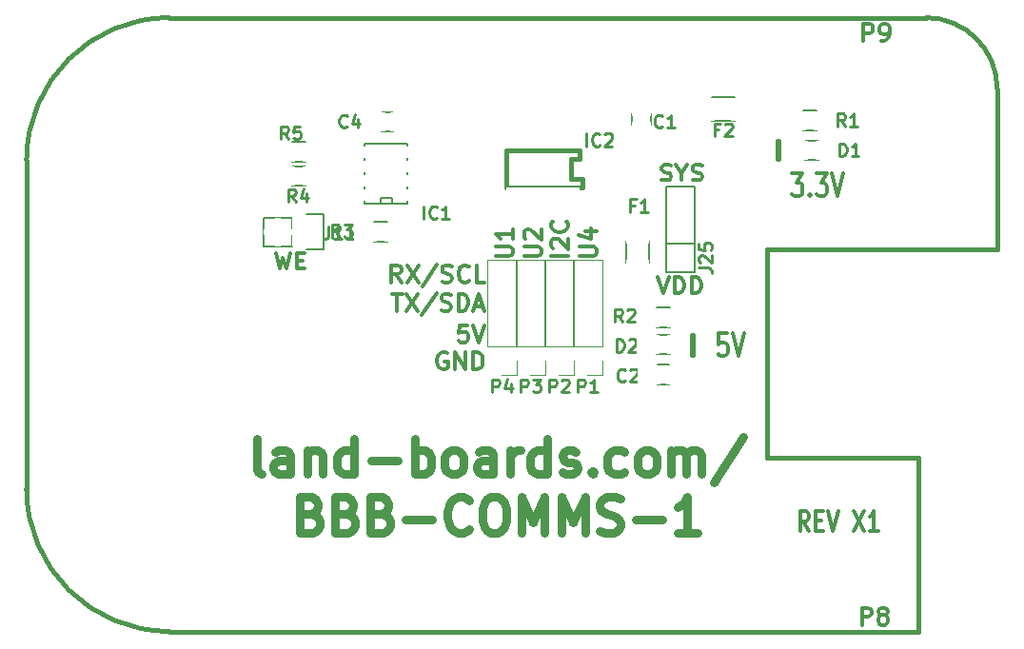
<source format=gbr>
G04 #@! TF.FileFunction,Legend,Top*
%FSLAX46Y46*%
G04 Gerber Fmt 4.6, Leading zero omitted, Abs format (unit mm)*
G04 Created by KiCad (PCBNEW (after 2015-mar-04 BZR unknown)-product) date 6/8/2017 9:50:04 AM*
%MOMM*%
G01*
G04 APERTURE LIST*
%ADD10C,0.150000*%
%ADD11C,0.304800*%
%ADD12C,0.381000*%
%ADD13C,0.784225*%
%ADD14C,0.152400*%
%ADD15C,0.127000*%
%ADD16C,0.120000*%
%ADD17C,0.222250*%
%ADD18R,2.032000X2.032000*%
%ADD19C,2.032000*%
%ADD20C,3.000000*%
%ADD21R,2.159000X1.107440*%
%ADD22C,5.080000*%
%ADD23R,2.159000X2.159000*%
%ADD24C,1.808480*%
%ADD25R,2.540000X2.540000*%
%ADD26O,2.540000X2.540000*%
%ADD27R,2.008000X1.808000*%
%ADD28R,1.758000X2.008000*%
%ADD29R,2.008000X1.758000*%
%ADD30R,2.108000X2.508000*%
%ADD31R,2.508000X2.108000*%
%ADD32R,2.208000X2.208000*%
%ADD33O,2.208000X2.208000*%
%ADD34R,0.758000X2.058000*%
G04 APERTURE END LIST*
D10*
D11*
X37410572Y-29845000D02*
X37265429Y-29772429D01*
X37047715Y-29772429D01*
X36830000Y-29845000D01*
X36684858Y-29990143D01*
X36612286Y-30135286D01*
X36539715Y-30425571D01*
X36539715Y-30643286D01*
X36612286Y-30933571D01*
X36684858Y-31078714D01*
X36830000Y-31223857D01*
X37047715Y-31296429D01*
X37192858Y-31296429D01*
X37410572Y-31223857D01*
X37483143Y-31151286D01*
X37483143Y-30643286D01*
X37192858Y-30643286D01*
X38136286Y-31296429D02*
X38136286Y-29772429D01*
X39007143Y-31296429D01*
X39007143Y-29772429D01*
X39732857Y-31296429D02*
X39732857Y-29772429D01*
X40095714Y-29772429D01*
X40313429Y-29845000D01*
X40458571Y-29990143D01*
X40531143Y-30135286D01*
X40603714Y-30425571D01*
X40603714Y-30643286D01*
X40531143Y-30933571D01*
X40458571Y-31078714D01*
X40313429Y-31223857D01*
X40095714Y-31296429D01*
X39732857Y-31296429D01*
X39224856Y-27359429D02*
X38499142Y-27359429D01*
X38426571Y-28085143D01*
X38499142Y-28012571D01*
X38644285Y-27940000D01*
X39007142Y-27940000D01*
X39152285Y-28012571D01*
X39224856Y-28085143D01*
X39297428Y-28230286D01*
X39297428Y-28593143D01*
X39224856Y-28738286D01*
X39152285Y-28810857D01*
X39007142Y-28883429D01*
X38644285Y-28883429D01*
X38499142Y-28810857D01*
X38426571Y-28738286D01*
X39732857Y-27359429D02*
X40240857Y-28883429D01*
X40748857Y-27359429D01*
X32548285Y-24565429D02*
X33419142Y-24565429D01*
X32983713Y-26089429D02*
X32983713Y-24565429D01*
X33781999Y-24565429D02*
X34797999Y-26089429D01*
X34797999Y-24565429D02*
X33781999Y-26089429D01*
X36467143Y-24492857D02*
X35160857Y-26452286D01*
X36902571Y-26016857D02*
X37120285Y-26089429D01*
X37483142Y-26089429D01*
X37628285Y-26016857D01*
X37700856Y-25944286D01*
X37773428Y-25799143D01*
X37773428Y-25654000D01*
X37700856Y-25508857D01*
X37628285Y-25436286D01*
X37483142Y-25363714D01*
X37192856Y-25291143D01*
X37047714Y-25218571D01*
X36975142Y-25146000D01*
X36902571Y-25000857D01*
X36902571Y-24855714D01*
X36975142Y-24710571D01*
X37047714Y-24638000D01*
X37192856Y-24565429D01*
X37555714Y-24565429D01*
X37773428Y-24638000D01*
X38426571Y-26089429D02*
X38426571Y-24565429D01*
X38789428Y-24565429D01*
X39007143Y-24638000D01*
X39152285Y-24783143D01*
X39224857Y-24928286D01*
X39297428Y-25218571D01*
X39297428Y-25436286D01*
X39224857Y-25726571D01*
X39152285Y-25871714D01*
X39007143Y-26016857D01*
X38789428Y-26089429D01*
X38426571Y-26089429D01*
X39878000Y-25654000D02*
X40603714Y-25654000D01*
X39732857Y-26089429D02*
X40240857Y-24565429D01*
X40748857Y-26089429D01*
X33346571Y-23549429D02*
X32838571Y-22823714D01*
X32475714Y-23549429D02*
X32475714Y-22025429D01*
X33056286Y-22025429D01*
X33201428Y-22098000D01*
X33274000Y-22170571D01*
X33346571Y-22315714D01*
X33346571Y-22533429D01*
X33274000Y-22678571D01*
X33201428Y-22751143D01*
X33056286Y-22823714D01*
X32475714Y-22823714D01*
X33854571Y-22025429D02*
X34870571Y-23549429D01*
X34870571Y-22025429D02*
X33854571Y-23549429D01*
X36539715Y-21952857D02*
X35233429Y-23912286D01*
X36975143Y-23476857D02*
X37192857Y-23549429D01*
X37555714Y-23549429D01*
X37700857Y-23476857D01*
X37773428Y-23404286D01*
X37846000Y-23259143D01*
X37846000Y-23114000D01*
X37773428Y-22968857D01*
X37700857Y-22896286D01*
X37555714Y-22823714D01*
X37265428Y-22751143D01*
X37120286Y-22678571D01*
X37047714Y-22606000D01*
X36975143Y-22460857D01*
X36975143Y-22315714D01*
X37047714Y-22170571D01*
X37120286Y-22098000D01*
X37265428Y-22025429D01*
X37628286Y-22025429D01*
X37846000Y-22098000D01*
X39370000Y-23404286D02*
X39297429Y-23476857D01*
X39079715Y-23549429D01*
X38934572Y-23549429D01*
X38716857Y-23476857D01*
X38571715Y-23331714D01*
X38499143Y-23186571D01*
X38426572Y-22896286D01*
X38426572Y-22678571D01*
X38499143Y-22388286D01*
X38571715Y-22243143D01*
X38716857Y-22098000D01*
X38934572Y-22025429D01*
X39079715Y-22025429D01*
X39297429Y-22098000D01*
X39370000Y-22170571D01*
X40748857Y-23549429D02*
X40023143Y-23549429D01*
X40023143Y-22025429D01*
X49203429Y-21227143D02*
X50437143Y-21227143D01*
X50582286Y-21154571D01*
X50654857Y-21082000D01*
X50727429Y-20936857D01*
X50727429Y-20646571D01*
X50654857Y-20501429D01*
X50582286Y-20428857D01*
X50437143Y-20356286D01*
X49203429Y-20356286D01*
X49711429Y-18977429D02*
X50727429Y-18977429D01*
X49130857Y-19340286D02*
X50219429Y-19703143D01*
X50219429Y-18759715D01*
X48187429Y-21172714D02*
X46663429Y-21172714D01*
X46808571Y-20519571D02*
X46736000Y-20447000D01*
X46663429Y-20301857D01*
X46663429Y-19939000D01*
X46736000Y-19793857D01*
X46808571Y-19721286D01*
X46953714Y-19648714D01*
X47098857Y-19648714D01*
X47316571Y-19721286D01*
X48187429Y-20592143D01*
X48187429Y-19648714D01*
X48042286Y-18124714D02*
X48114857Y-18197285D01*
X48187429Y-18414999D01*
X48187429Y-18560142D01*
X48114857Y-18777857D01*
X47969714Y-18922999D01*
X47824571Y-18995571D01*
X47534286Y-19068142D01*
X47316571Y-19068142D01*
X47026286Y-18995571D01*
X46881143Y-18922999D01*
X46736000Y-18777857D01*
X46663429Y-18560142D01*
X46663429Y-18414999D01*
X46736000Y-18197285D01*
X46808571Y-18124714D01*
X44250429Y-21227143D02*
X45484143Y-21227143D01*
X45629286Y-21154571D01*
X45701857Y-21082000D01*
X45774429Y-20936857D01*
X45774429Y-20646571D01*
X45701857Y-20501429D01*
X45629286Y-20428857D01*
X45484143Y-20356286D01*
X44250429Y-20356286D01*
X44395571Y-19703143D02*
X44323000Y-19630572D01*
X44250429Y-19485429D01*
X44250429Y-19122572D01*
X44323000Y-18977429D01*
X44395571Y-18904858D01*
X44540714Y-18832286D01*
X44685857Y-18832286D01*
X44903571Y-18904858D01*
X45774429Y-19775715D01*
X45774429Y-18832286D01*
X41710429Y-21227143D02*
X42944143Y-21227143D01*
X43089286Y-21154571D01*
X43161857Y-21082000D01*
X43234429Y-20936857D01*
X43234429Y-20646571D01*
X43161857Y-20501429D01*
X43089286Y-20428857D01*
X42944143Y-20356286D01*
X41710429Y-20356286D01*
X43234429Y-18832286D02*
X43234429Y-19703143D01*
X43234429Y-19267715D02*
X41710429Y-19267715D01*
X41928143Y-19412858D01*
X42073286Y-19558000D01*
X42145857Y-19703143D01*
X62320714Y-28097238D02*
X61595000Y-28097238D01*
X61522429Y-29064857D01*
X61595000Y-28968095D01*
X61740143Y-28871333D01*
X62103000Y-28871333D01*
X62248143Y-28968095D01*
X62320714Y-29064857D01*
X62393286Y-29258381D01*
X62393286Y-29742190D01*
X62320714Y-29935714D01*
X62248143Y-30032476D01*
X62103000Y-30129238D01*
X61740143Y-30129238D01*
X61595000Y-30032476D01*
X61522429Y-29935714D01*
X62828715Y-28097238D02*
X63336715Y-30129238D01*
X63844715Y-28097238D01*
D12*
X59309000Y-29972000D02*
X59309000Y-28194000D01*
X59182000Y-29972000D02*
X59309000Y-29972000D01*
X59182000Y-28194000D02*
X59182000Y-29972000D01*
X66802000Y-12573000D02*
X66802000Y-10922000D01*
X66929000Y-12573000D02*
X66802000Y-12573000D01*
X66929000Y-10922000D02*
X66929000Y-12573000D01*
D11*
X74313143Y-54029429D02*
X74313143Y-52505429D01*
X74893715Y-52505429D01*
X75038857Y-52578000D01*
X75111429Y-52650571D01*
X75184000Y-52795714D01*
X75184000Y-53013429D01*
X75111429Y-53158571D01*
X75038857Y-53231143D01*
X74893715Y-53303714D01*
X74313143Y-53303714D01*
X76054857Y-53158571D02*
X75909715Y-53086000D01*
X75837143Y-53013429D01*
X75764572Y-52868286D01*
X75764572Y-52795714D01*
X75837143Y-52650571D01*
X75909715Y-52578000D01*
X76054857Y-52505429D01*
X76345143Y-52505429D01*
X76490286Y-52578000D01*
X76562857Y-52650571D01*
X76635429Y-52795714D01*
X76635429Y-52868286D01*
X76562857Y-53013429D01*
X76490286Y-53086000D01*
X76345143Y-53158571D01*
X76054857Y-53158571D01*
X75909715Y-53231143D01*
X75837143Y-53303714D01*
X75764572Y-53448857D01*
X75764572Y-53739143D01*
X75837143Y-53884286D01*
X75909715Y-53956857D01*
X76054857Y-54029429D01*
X76345143Y-54029429D01*
X76490286Y-53956857D01*
X76562857Y-53884286D01*
X76635429Y-53739143D01*
X76635429Y-53448857D01*
X76562857Y-53303714D01*
X76490286Y-53231143D01*
X76345143Y-53158571D01*
X74440143Y-2086429D02*
X74440143Y-562429D01*
X75020715Y-562429D01*
X75165857Y-635000D01*
X75238429Y-707571D01*
X75311000Y-852714D01*
X75311000Y-1070429D01*
X75238429Y-1215571D01*
X75165857Y-1288143D01*
X75020715Y-1360714D01*
X74440143Y-1360714D01*
X76036715Y-2086429D02*
X76327000Y-2086429D01*
X76472143Y-2013857D01*
X76544715Y-1941286D01*
X76689857Y-1723571D01*
X76762429Y-1433286D01*
X76762429Y-852714D01*
X76689857Y-707571D01*
X76617286Y-635000D01*
X76472143Y-562429D01*
X76181857Y-562429D01*
X76036715Y-635000D01*
X75964143Y-707571D01*
X75891572Y-852714D01*
X75891572Y-1215571D01*
X75964143Y-1360714D01*
X76036715Y-1433286D01*
X76181857Y-1505857D01*
X76472143Y-1505857D01*
X76617286Y-1433286D01*
X76689857Y-1360714D01*
X76762429Y-1215571D01*
X56134000Y-23110976D02*
X56642000Y-24507976D01*
X57150000Y-23110976D01*
X57658000Y-24507976D02*
X57658000Y-23110976D01*
X58020857Y-23110976D01*
X58238572Y-23177500D01*
X58383714Y-23310548D01*
X58456286Y-23443595D01*
X58528857Y-23709690D01*
X58528857Y-23909262D01*
X58456286Y-24175357D01*
X58383714Y-24308405D01*
X58238572Y-24441452D01*
X58020857Y-24507976D01*
X57658000Y-24507976D01*
X59182000Y-24507976D02*
X59182000Y-23110976D01*
X59544857Y-23110976D01*
X59762572Y-23177500D01*
X59907714Y-23310548D01*
X59980286Y-23443595D01*
X60052857Y-23709690D01*
X60052857Y-23909262D01*
X59980286Y-24175357D01*
X59907714Y-24308405D01*
X59762572Y-24441452D01*
X59544857Y-24507976D01*
X59182000Y-24507976D01*
X56478714Y-14408452D02*
X56696428Y-14474976D01*
X57059285Y-14474976D01*
X57204428Y-14408452D01*
X57276999Y-14341929D01*
X57349571Y-14208881D01*
X57349571Y-14075833D01*
X57276999Y-13942786D01*
X57204428Y-13876262D01*
X57059285Y-13809738D01*
X56768999Y-13743214D01*
X56623857Y-13676690D01*
X56551285Y-13610167D01*
X56478714Y-13477119D01*
X56478714Y-13344071D01*
X56551285Y-13211024D01*
X56623857Y-13144500D01*
X56768999Y-13077976D01*
X57131857Y-13077976D01*
X57349571Y-13144500D01*
X58293000Y-13809738D02*
X58293000Y-14474976D01*
X57785000Y-13077976D02*
X58293000Y-13809738D01*
X58801000Y-13077976D01*
X59236429Y-14408452D02*
X59454143Y-14474976D01*
X59817000Y-14474976D01*
X59962143Y-14408452D01*
X60034714Y-14341929D01*
X60107286Y-14208881D01*
X60107286Y-14075833D01*
X60034714Y-13942786D01*
X59962143Y-13876262D01*
X59817000Y-13809738D01*
X59526714Y-13743214D01*
X59381572Y-13676690D01*
X59309000Y-13610167D01*
X59236429Y-13477119D01*
X59236429Y-13344071D01*
X59309000Y-13211024D01*
X59381572Y-13144500D01*
X59526714Y-13077976D01*
X59889572Y-13077976D01*
X60107286Y-13144500D01*
X22152429Y-20951976D02*
X22515286Y-22348976D01*
X22805572Y-21351119D01*
X23095858Y-22348976D01*
X23458715Y-20951976D01*
X24039286Y-21617214D02*
X24547286Y-21617214D01*
X24765000Y-22348976D02*
X24039286Y-22348976D01*
X24039286Y-20951976D01*
X24765000Y-20951976D01*
D12*
X29464000Y0D02*
X29591000Y0D01*
X17018000Y0D02*
X17145000Y0D01*
D11*
X68108285Y-13873238D02*
X69051714Y-13873238D01*
X68543714Y-14647333D01*
X68761428Y-14647333D01*
X68906571Y-14744095D01*
X68979142Y-14840857D01*
X69051714Y-15034381D01*
X69051714Y-15518190D01*
X68979142Y-15711714D01*
X68906571Y-15808476D01*
X68761428Y-15905238D01*
X68326000Y-15905238D01*
X68180857Y-15808476D01*
X68108285Y-15711714D01*
X69704857Y-15711714D02*
X69777429Y-15808476D01*
X69704857Y-15905238D01*
X69632286Y-15808476D01*
X69704857Y-15711714D01*
X69704857Y-15905238D01*
X70285428Y-13873238D02*
X71228857Y-13873238D01*
X70720857Y-14647333D01*
X70938571Y-14647333D01*
X71083714Y-14744095D01*
X71156285Y-14840857D01*
X71228857Y-15034381D01*
X71228857Y-15518190D01*
X71156285Y-15711714D01*
X71083714Y-15808476D01*
X70938571Y-15905238D01*
X70503143Y-15905238D01*
X70358000Y-15808476D01*
X70285428Y-15711714D01*
X71664286Y-13873238D02*
X72172286Y-15905238D01*
X72680286Y-13873238D01*
X69602048Y-45635333D02*
X69136381Y-44788667D01*
X68803762Y-45635333D02*
X68803762Y-43857333D01*
X69335953Y-43857333D01*
X69469000Y-43942000D01*
X69535524Y-44026667D01*
X69602048Y-44196000D01*
X69602048Y-44450000D01*
X69535524Y-44619333D01*
X69469000Y-44704000D01*
X69335953Y-44788667D01*
X68803762Y-44788667D01*
X70200762Y-44704000D02*
X70666429Y-44704000D01*
X70866000Y-45635333D02*
X70200762Y-45635333D01*
X70200762Y-43857333D01*
X70866000Y-43857333D01*
X71265143Y-43857333D02*
X71730809Y-45635333D01*
X72196476Y-43857333D01*
X73593476Y-43857333D02*
X74524810Y-45635333D01*
X74524810Y-43857333D02*
X73593476Y-45635333D01*
X75788762Y-45635333D02*
X74990476Y-45635333D01*
X75389619Y-45635333D02*
X75389619Y-43857333D01*
X75256571Y-44111333D01*
X75123524Y-44280667D01*
X74990476Y-44365333D01*
D13*
X20922645Y-40604698D02*
X20623892Y-40453507D01*
X20474516Y-40151126D01*
X20474516Y-37429698D01*
X23462040Y-40604698D02*
X23462040Y-38941602D01*
X23312663Y-38639221D01*
X23013911Y-38488031D01*
X22416406Y-38488031D01*
X22117654Y-38639221D01*
X23462040Y-40453507D02*
X23163287Y-40604698D01*
X22416406Y-40604698D01*
X22117654Y-40453507D01*
X21968278Y-40151126D01*
X21968278Y-39848745D01*
X22117654Y-39546364D01*
X22416406Y-39395174D01*
X23163287Y-39395174D01*
X23462040Y-39243983D01*
X24955802Y-38488031D02*
X24955802Y-40604698D01*
X24955802Y-38790412D02*
X25105178Y-38639221D01*
X25403931Y-38488031D01*
X25852059Y-38488031D01*
X26150811Y-38639221D01*
X26300188Y-38941602D01*
X26300188Y-40604698D01*
X29138336Y-40604698D02*
X29138336Y-37429698D01*
X29138336Y-40453507D02*
X28839583Y-40604698D01*
X28242079Y-40604698D01*
X27943326Y-40453507D01*
X27793950Y-40302317D01*
X27644574Y-39999936D01*
X27644574Y-39092793D01*
X27793950Y-38790412D01*
X27943326Y-38639221D01*
X28242079Y-38488031D01*
X28839583Y-38488031D01*
X29138336Y-38639221D01*
X30632098Y-39395174D02*
X33022117Y-39395174D01*
X34515879Y-40604698D02*
X34515879Y-37429698D01*
X34515879Y-38639221D02*
X34814631Y-38488031D01*
X35412136Y-38488031D01*
X35710888Y-38639221D01*
X35860265Y-38790412D01*
X36009641Y-39092793D01*
X36009641Y-39999936D01*
X35860265Y-40302317D01*
X35710888Y-40453507D01*
X35412136Y-40604698D01*
X34814631Y-40604698D01*
X34515879Y-40453507D01*
X37802156Y-40604698D02*
X37503403Y-40453507D01*
X37354027Y-40302317D01*
X37204651Y-39999936D01*
X37204651Y-39092793D01*
X37354027Y-38790412D01*
X37503403Y-38639221D01*
X37802156Y-38488031D01*
X38250284Y-38488031D01*
X38549036Y-38639221D01*
X38698413Y-38790412D01*
X38847789Y-39092793D01*
X38847789Y-39999936D01*
X38698413Y-40302317D01*
X38549036Y-40453507D01*
X38250284Y-40604698D01*
X37802156Y-40604698D01*
X41536561Y-40604698D02*
X41536561Y-38941602D01*
X41387184Y-38639221D01*
X41088432Y-38488031D01*
X40490927Y-38488031D01*
X40192175Y-38639221D01*
X41536561Y-40453507D02*
X41237808Y-40604698D01*
X40490927Y-40604698D01*
X40192175Y-40453507D01*
X40042799Y-40151126D01*
X40042799Y-39848745D01*
X40192175Y-39546364D01*
X40490927Y-39395174D01*
X41237808Y-39395174D01*
X41536561Y-39243983D01*
X43030323Y-40604698D02*
X43030323Y-38488031D01*
X43030323Y-39092793D02*
X43179699Y-38790412D01*
X43329075Y-38639221D01*
X43627828Y-38488031D01*
X43926580Y-38488031D01*
X46316599Y-40604698D02*
X46316599Y-37429698D01*
X46316599Y-40453507D02*
X46017846Y-40604698D01*
X45420342Y-40604698D01*
X45121589Y-40453507D01*
X44972213Y-40302317D01*
X44822837Y-39999936D01*
X44822837Y-39092793D01*
X44972213Y-38790412D01*
X45121589Y-38639221D01*
X45420342Y-38488031D01*
X46017846Y-38488031D01*
X46316599Y-38639221D01*
X47660985Y-40453507D02*
X47959737Y-40604698D01*
X48557242Y-40604698D01*
X48855994Y-40453507D01*
X49005370Y-40151126D01*
X49005370Y-39999936D01*
X48855994Y-39697555D01*
X48557242Y-39546364D01*
X48109113Y-39546364D01*
X47810361Y-39395174D01*
X47660985Y-39092793D01*
X47660985Y-38941602D01*
X47810361Y-38639221D01*
X48109113Y-38488031D01*
X48557242Y-38488031D01*
X48855994Y-38639221D01*
X50349756Y-40302317D02*
X50499132Y-40453507D01*
X50349756Y-40604698D01*
X50200380Y-40453507D01*
X50349756Y-40302317D01*
X50349756Y-40604698D01*
X53187904Y-40453507D02*
X52889151Y-40604698D01*
X52291647Y-40604698D01*
X51992894Y-40453507D01*
X51843518Y-40302317D01*
X51694142Y-39999936D01*
X51694142Y-39092793D01*
X51843518Y-38790412D01*
X51992894Y-38639221D01*
X52291647Y-38488031D01*
X52889151Y-38488031D01*
X53187904Y-38639221D01*
X54980418Y-40604698D02*
X54681665Y-40453507D01*
X54532289Y-40302317D01*
X54382913Y-39999936D01*
X54382913Y-39092793D01*
X54532289Y-38790412D01*
X54681665Y-38639221D01*
X54980418Y-38488031D01*
X55428546Y-38488031D01*
X55727298Y-38639221D01*
X55876675Y-38790412D01*
X56026051Y-39092793D01*
X56026051Y-39999936D01*
X55876675Y-40302317D01*
X55727298Y-40453507D01*
X55428546Y-40604698D01*
X54980418Y-40604698D01*
X57370437Y-40604698D02*
X57370437Y-38488031D01*
X57370437Y-38790412D02*
X57519813Y-38639221D01*
X57818566Y-38488031D01*
X58266694Y-38488031D01*
X58565446Y-38639221D01*
X58714823Y-38941602D01*
X58714823Y-40604698D01*
X58714823Y-38941602D02*
X58864199Y-38639221D01*
X59162951Y-38488031D01*
X59611080Y-38488031D01*
X59909832Y-38639221D01*
X60059208Y-38941602D01*
X60059208Y-40604698D01*
X63793613Y-37278507D02*
X61104841Y-41360650D01*
X25329242Y-44170827D02*
X25777371Y-44322018D01*
X25926747Y-44473208D01*
X26076123Y-44775589D01*
X26076123Y-45229161D01*
X25926747Y-45531542D01*
X25777371Y-45682732D01*
X25478618Y-45833923D01*
X24283609Y-45833923D01*
X24283609Y-42658923D01*
X25329242Y-42658923D01*
X25627995Y-42810113D01*
X25777371Y-42961303D01*
X25926747Y-43263684D01*
X25926747Y-43566065D01*
X25777371Y-43868446D01*
X25627995Y-44019637D01*
X25329242Y-44170827D01*
X24283609Y-44170827D01*
X28466142Y-44170827D02*
X28914271Y-44322018D01*
X29063647Y-44473208D01*
X29213023Y-44775589D01*
X29213023Y-45229161D01*
X29063647Y-45531542D01*
X28914271Y-45682732D01*
X28615518Y-45833923D01*
X27420509Y-45833923D01*
X27420509Y-42658923D01*
X28466142Y-42658923D01*
X28764895Y-42810113D01*
X28914271Y-42961303D01*
X29063647Y-43263684D01*
X29063647Y-43566065D01*
X28914271Y-43868446D01*
X28764895Y-44019637D01*
X28466142Y-44170827D01*
X27420509Y-44170827D01*
X31603042Y-44170827D02*
X32051171Y-44322018D01*
X32200547Y-44473208D01*
X32349923Y-44775589D01*
X32349923Y-45229161D01*
X32200547Y-45531542D01*
X32051171Y-45682732D01*
X31752418Y-45833923D01*
X30557409Y-45833923D01*
X30557409Y-42658923D01*
X31603042Y-42658923D01*
X31901795Y-42810113D01*
X32051171Y-42961303D01*
X32200547Y-43263684D01*
X32200547Y-43566065D01*
X32051171Y-43868446D01*
X31901795Y-44019637D01*
X31603042Y-44170827D01*
X30557409Y-44170827D01*
X33694309Y-44624399D02*
X36084328Y-44624399D01*
X39370604Y-45531542D02*
X39221228Y-45682732D01*
X38773099Y-45833923D01*
X38474347Y-45833923D01*
X38026219Y-45682732D01*
X37727466Y-45380351D01*
X37578090Y-45077970D01*
X37428714Y-44473208D01*
X37428714Y-44019637D01*
X37578090Y-43414875D01*
X37727466Y-43112494D01*
X38026219Y-42810113D01*
X38474347Y-42658923D01*
X38773099Y-42658923D01*
X39221228Y-42810113D01*
X39370604Y-42961303D01*
X41312495Y-42658923D02*
X41909999Y-42658923D01*
X42208752Y-42810113D01*
X42507504Y-43112494D01*
X42656880Y-43717256D01*
X42656880Y-44775589D01*
X42507504Y-45380351D01*
X42208752Y-45682732D01*
X41909999Y-45833923D01*
X41312495Y-45833923D01*
X41013742Y-45682732D01*
X40714990Y-45380351D01*
X40565614Y-44775589D01*
X40565614Y-43717256D01*
X40714990Y-43112494D01*
X41013742Y-42810113D01*
X41312495Y-42658923D01*
X44001266Y-45833923D02*
X44001266Y-42658923D01*
X45046899Y-44926780D01*
X46092533Y-42658923D01*
X46092533Y-45833923D01*
X47586295Y-45833923D02*
X47586295Y-42658923D01*
X48631928Y-44926780D01*
X49677562Y-42658923D01*
X49677562Y-45833923D01*
X51021948Y-45682732D02*
X51470076Y-45833923D01*
X52216957Y-45833923D01*
X52515710Y-45682732D01*
X52665086Y-45531542D01*
X52814462Y-45229161D01*
X52814462Y-44926780D01*
X52665086Y-44624399D01*
X52515710Y-44473208D01*
X52216957Y-44322018D01*
X51619453Y-44170827D01*
X51320700Y-44019637D01*
X51171324Y-43868446D01*
X51021948Y-43566065D01*
X51021948Y-43263684D01*
X51171324Y-42961303D01*
X51320700Y-42810113D01*
X51619453Y-42658923D01*
X52366333Y-42658923D01*
X52814462Y-42810113D01*
X54158848Y-44624399D02*
X56548867Y-44624399D01*
X59685767Y-45833923D02*
X57893253Y-45833923D01*
X58789510Y-45833923D02*
X58789510Y-42658923D01*
X58490758Y-43112494D01*
X58192005Y-43414875D01*
X57893253Y-43566065D01*
D14*
X59436000Y-22606000D02*
X56896000Y-22606000D01*
X56896000Y-22606000D02*
X56896000Y-14986000D01*
X56896000Y-14986000D02*
X59436000Y-14986000D01*
X59436000Y-14986000D02*
X59436000Y-22606000D01*
X56896000Y-20066000D02*
X59436000Y-20066000D01*
D15*
X33782000Y-16510000D02*
X33909000Y-16510000D01*
X33909000Y-16510000D02*
X33909000Y-11176000D01*
X30099000Y-11176000D02*
X30099000Y-16510000D01*
X30099000Y-16510000D02*
X33782000Y-16510000D01*
X31496000Y-16510000D02*
X31496000Y-16002000D01*
X31496000Y-16002000D02*
X32512000Y-16002000D01*
X32512000Y-16002000D02*
X32512000Y-16510000D01*
X30099000Y-11176000D02*
X33909000Y-11176000D01*
D12*
X12700000Y-54610000D02*
X79375000Y-54610000D01*
X79375000Y-39116000D02*
X65913000Y-39116000D01*
X79375000Y-54610000D02*
X79375000Y-39116000D01*
X86360000Y-20574000D02*
X86360000Y-7620000D01*
X86360000Y-20574000D02*
X65913000Y-20574000D01*
X65913000Y-20574000D02*
X65913000Y-39116000D01*
X86360000Y-6350000D02*
X86360000Y-7620000D01*
X12700000Y0D02*
X80010000Y0D01*
X0Y-12700000D02*
X0Y-41910000D01*
X12700000Y0D02*
G75*
G03X0Y-12700000I0J-12700000D01*
G01*
X0Y-41910000D02*
G75*
G03X12700000Y-54610000I12700000J0D01*
G01*
X86360000Y-6350000D02*
G75*
G03X80010000Y0I-6350000J0D01*
G01*
D10*
X23622000Y-20320000D02*
X21082000Y-20320000D01*
X26442000Y-20600000D02*
X24892000Y-20600000D01*
X23622000Y-20320000D02*
X23622000Y-17780000D01*
X24892000Y-17500000D02*
X26442000Y-17500000D01*
X26442000Y-17500000D02*
X26442000Y-20600000D01*
X23622000Y-17780000D02*
X21082000Y-17780000D01*
X21082000Y-17780000D02*
X21082000Y-20320000D01*
X70323000Y-10019000D02*
X69123000Y-10019000D01*
X69123000Y-8269000D02*
X70323000Y-8269000D01*
X56042000Y-25795000D02*
X57242000Y-25795000D01*
X57242000Y-27545000D02*
X56042000Y-27545000D01*
X30896000Y-18175000D02*
X32096000Y-18175000D01*
X32096000Y-19925000D02*
X30896000Y-19925000D01*
X24857000Y-14972000D02*
X23657000Y-14972000D01*
X23657000Y-13222000D02*
X24857000Y-13222000D01*
X24857000Y-12813000D02*
X23657000Y-12813000D01*
X23657000Y-11063000D02*
X24857000Y-11063000D01*
X53887000Y-8517000D02*
X53887000Y-9517000D01*
X55587000Y-9517000D02*
X55587000Y-8517000D01*
X32631000Y-8421000D02*
X31631000Y-8421000D01*
X31631000Y-10121000D02*
X32631000Y-10121000D01*
X69250000Y-10936000D02*
X70450000Y-10936000D01*
X70450000Y-12686000D02*
X69250000Y-12686000D01*
X57242000Y-29958000D02*
X56042000Y-29958000D01*
X56042000Y-28208000D02*
X57242000Y-28208000D01*
X53331000Y-19828000D02*
X53331000Y-21828000D01*
X55381000Y-21828000D02*
X55381000Y-19828000D01*
X62976000Y-7103000D02*
X60976000Y-7103000D01*
X60976000Y-9153000D02*
X62976000Y-9153000D01*
X57142000Y-30900000D02*
X56142000Y-30900000D01*
X56142000Y-32600000D02*
X57142000Y-32600000D01*
D16*
X51241000Y-29210000D02*
X51241000Y-21530000D01*
X51241000Y-21530000D02*
X48581000Y-21530000D01*
X48581000Y-21530000D02*
X48581000Y-29210000D01*
X48581000Y-29210000D02*
X51241000Y-29210000D01*
X51241000Y-30480000D02*
X51241000Y-31810000D01*
X51241000Y-31810000D02*
X49911000Y-31810000D01*
X48701000Y-29210000D02*
X48701000Y-21530000D01*
X48701000Y-21530000D02*
X46041000Y-21530000D01*
X46041000Y-21530000D02*
X46041000Y-29210000D01*
X46041000Y-29210000D02*
X48701000Y-29210000D01*
X48701000Y-30480000D02*
X48701000Y-31810000D01*
X48701000Y-31810000D02*
X47371000Y-31810000D01*
X46161000Y-29210000D02*
X46161000Y-21530000D01*
X46161000Y-21530000D02*
X43501000Y-21530000D01*
X43501000Y-21530000D02*
X43501000Y-29210000D01*
X43501000Y-29210000D02*
X46161000Y-29210000D01*
X46161000Y-30480000D02*
X46161000Y-31810000D01*
X46161000Y-31810000D02*
X44831000Y-31810000D01*
X43621000Y-29210000D02*
X43621000Y-21530000D01*
X43621000Y-21530000D02*
X40961000Y-21530000D01*
X40961000Y-21530000D02*
X40961000Y-29210000D01*
X40961000Y-29210000D02*
X43621000Y-29210000D01*
X43621000Y-30480000D02*
X43621000Y-31810000D01*
X43621000Y-31810000D02*
X42291000Y-31810000D01*
D12*
X49474000Y-15085000D02*
X42724000Y-15085000D01*
X42724000Y-15085000D02*
X42724000Y-11835000D01*
X42724000Y-11835000D02*
X49224000Y-11835000D01*
X49224000Y-11835000D02*
X49224000Y-12585000D01*
X49224000Y-12585000D02*
X48474000Y-12585000D01*
X48474000Y-12585000D02*
X48474000Y-14335000D01*
X48474000Y-14335000D02*
X49474000Y-14335000D01*
X49474000Y-14335000D02*
X49474000Y-15085000D01*
D17*
X59826071Y-22261285D02*
X60642500Y-22261285D01*
X60805786Y-22315713D01*
X60914643Y-22424570D01*
X60969071Y-22587856D01*
X60969071Y-22696713D01*
X59934929Y-21771428D02*
X59880500Y-21716999D01*
X59826071Y-21608142D01*
X59826071Y-21335999D01*
X59880500Y-21227142D01*
X59934929Y-21172713D01*
X60043786Y-21118285D01*
X60152643Y-21118285D01*
X60315929Y-21172713D01*
X60969071Y-21825856D01*
X60969071Y-21118285D01*
X59826071Y-20084142D02*
X59826071Y-20628428D01*
X60370357Y-20682857D01*
X60315929Y-20628428D01*
X60261500Y-20519571D01*
X60261500Y-20247428D01*
X60315929Y-20138571D01*
X60370357Y-20084142D01*
X60479214Y-20029714D01*
X60751357Y-20029714D01*
X60860214Y-20084142D01*
X60914643Y-20138571D01*
X60969071Y-20247428D01*
X60969071Y-20519571D01*
X60914643Y-20628428D01*
X60860214Y-20682857D01*
X35333215Y-17916071D02*
X35333215Y-16773071D01*
X36530644Y-17807214D02*
X36476215Y-17861643D01*
X36312929Y-17916071D01*
X36204072Y-17916071D01*
X36040787Y-17861643D01*
X35931929Y-17752786D01*
X35877501Y-17643929D01*
X35823072Y-17426214D01*
X35823072Y-17262929D01*
X35877501Y-17045214D01*
X35931929Y-16936357D01*
X36040787Y-16827500D01*
X36204072Y-16773071D01*
X36312929Y-16773071D01*
X36476215Y-16827500D01*
X36530644Y-16881929D01*
X37619215Y-17916071D02*
X36966072Y-17916071D01*
X37292644Y-17916071D02*
X37292644Y-16773071D01*
X37183787Y-16936357D01*
X37074929Y-17045214D01*
X36966072Y-17099643D01*
X26887715Y-18551071D02*
X26887715Y-19367500D01*
X26833287Y-19530786D01*
X26724430Y-19639643D01*
X26561144Y-19694071D01*
X26452287Y-19694071D01*
X28030715Y-19694071D02*
X27377572Y-19694071D01*
X27704144Y-19694071D02*
X27704144Y-18551071D01*
X27595287Y-18714357D01*
X27486429Y-18823214D01*
X27377572Y-18877643D01*
X29119286Y-19694071D02*
X28466143Y-19694071D01*
X28792715Y-19694071D02*
X28792715Y-18551071D01*
X28683858Y-18714357D01*
X28575000Y-18823214D01*
X28466143Y-18877643D01*
X72834501Y-9661071D02*
X72453501Y-9116786D01*
X72181358Y-9661071D02*
X72181358Y-8518071D01*
X72616786Y-8518071D01*
X72725644Y-8572500D01*
X72780072Y-8626929D01*
X72834501Y-8735786D01*
X72834501Y-8899071D01*
X72780072Y-9007929D01*
X72725644Y-9062357D01*
X72616786Y-9116786D01*
X72181358Y-9116786D01*
X73923072Y-9661071D02*
X73269929Y-9661071D01*
X73596501Y-9661071D02*
X73596501Y-8518071D01*
X73487644Y-8681357D01*
X73378786Y-8790214D01*
X73269929Y-8844643D01*
X53022501Y-27060071D02*
X52641501Y-26515786D01*
X52369358Y-27060071D02*
X52369358Y-25917071D01*
X52804786Y-25917071D01*
X52913644Y-25971500D01*
X52968072Y-26025929D01*
X53022501Y-26134786D01*
X53022501Y-26298071D01*
X52968072Y-26406929D01*
X52913644Y-26461357D01*
X52804786Y-26515786D01*
X52369358Y-26515786D01*
X53457929Y-26025929D02*
X53512358Y-25971500D01*
X53621215Y-25917071D01*
X53893358Y-25917071D01*
X54002215Y-25971500D01*
X54056644Y-26025929D01*
X54111072Y-26134786D01*
X54111072Y-26243643D01*
X54056644Y-26406929D01*
X53403501Y-27060071D01*
X54111072Y-27060071D01*
X27876501Y-19567071D02*
X27495501Y-19022786D01*
X27223358Y-19567071D02*
X27223358Y-18424071D01*
X27658786Y-18424071D01*
X27767644Y-18478500D01*
X27822072Y-18532929D01*
X27876501Y-18641786D01*
X27876501Y-18805071D01*
X27822072Y-18913929D01*
X27767644Y-18968357D01*
X27658786Y-19022786D01*
X27223358Y-19022786D01*
X28257501Y-18424071D02*
X28965072Y-18424071D01*
X28584072Y-18859500D01*
X28747358Y-18859500D01*
X28856215Y-18913929D01*
X28910644Y-18968357D01*
X28965072Y-19077214D01*
X28965072Y-19349357D01*
X28910644Y-19458214D01*
X28856215Y-19512643D01*
X28747358Y-19567071D01*
X28420786Y-19567071D01*
X28311929Y-19512643D01*
X28257501Y-19458214D01*
X23939501Y-16392071D02*
X23558501Y-15847786D01*
X23286358Y-16392071D02*
X23286358Y-15249071D01*
X23721786Y-15249071D01*
X23830644Y-15303500D01*
X23885072Y-15357929D01*
X23939501Y-15466786D01*
X23939501Y-15630071D01*
X23885072Y-15738929D01*
X23830644Y-15793357D01*
X23721786Y-15847786D01*
X23286358Y-15847786D01*
X24919215Y-15630071D02*
X24919215Y-16392071D01*
X24647072Y-15194643D02*
X24374929Y-16011071D01*
X25082501Y-16011071D01*
X23304501Y-10804071D02*
X22923501Y-10259786D01*
X22651358Y-10804071D02*
X22651358Y-9661071D01*
X23086786Y-9661071D01*
X23195644Y-9715500D01*
X23250072Y-9769929D01*
X23304501Y-9878786D01*
X23304501Y-10042071D01*
X23250072Y-10150929D01*
X23195644Y-10205357D01*
X23086786Y-10259786D01*
X22651358Y-10259786D01*
X24338644Y-9661071D02*
X23794358Y-9661071D01*
X23739929Y-10205357D01*
X23794358Y-10150929D01*
X23903215Y-10096500D01*
X24175358Y-10096500D01*
X24284215Y-10150929D01*
X24338644Y-10205357D01*
X24393072Y-10314214D01*
X24393072Y-10586357D01*
X24338644Y-10695214D01*
X24284215Y-10749643D01*
X24175358Y-10804071D01*
X23903215Y-10804071D01*
X23794358Y-10749643D01*
X23739929Y-10695214D01*
X56578501Y-9679214D02*
X56524072Y-9733643D01*
X56360786Y-9788071D01*
X56251929Y-9788071D01*
X56088644Y-9733643D01*
X55979786Y-9624786D01*
X55925358Y-9515929D01*
X55870929Y-9298214D01*
X55870929Y-9134929D01*
X55925358Y-8917214D01*
X55979786Y-8808357D01*
X56088644Y-8699500D01*
X56251929Y-8645071D01*
X56360786Y-8645071D01*
X56524072Y-8699500D01*
X56578501Y-8753929D01*
X57667072Y-9788071D02*
X57013929Y-9788071D01*
X57340501Y-9788071D02*
X57340501Y-8645071D01*
X57231644Y-8808357D01*
X57122786Y-8917214D01*
X57013929Y-8971643D01*
X28511501Y-9679214D02*
X28457072Y-9733643D01*
X28293786Y-9788071D01*
X28184929Y-9788071D01*
X28021644Y-9733643D01*
X27912786Y-9624786D01*
X27858358Y-9515929D01*
X27803929Y-9298214D01*
X27803929Y-9134929D01*
X27858358Y-8917214D01*
X27912786Y-8808357D01*
X28021644Y-8699500D01*
X28184929Y-8645071D01*
X28293786Y-8645071D01*
X28457072Y-8699500D01*
X28511501Y-8753929D01*
X29491215Y-9026071D02*
X29491215Y-9788071D01*
X29219072Y-8590643D02*
X28946929Y-9407071D01*
X29654501Y-9407071D01*
X72308358Y-12328071D02*
X72308358Y-11185071D01*
X72580501Y-11185071D01*
X72743786Y-11239500D01*
X72852644Y-11348357D01*
X72907072Y-11457214D01*
X72961501Y-11674929D01*
X72961501Y-11838214D01*
X72907072Y-12055929D01*
X72852644Y-12164786D01*
X72743786Y-12273643D01*
X72580501Y-12328071D01*
X72308358Y-12328071D01*
X74050072Y-12328071D02*
X73396929Y-12328071D01*
X73723501Y-12328071D02*
X73723501Y-11185071D01*
X73614644Y-11348357D01*
X73505786Y-11457214D01*
X73396929Y-11511643D01*
X52496358Y-29727071D02*
X52496358Y-28584071D01*
X52768501Y-28584071D01*
X52931786Y-28638500D01*
X53040644Y-28747357D01*
X53095072Y-28856214D01*
X53149501Y-29073929D01*
X53149501Y-29237214D01*
X53095072Y-29454929D01*
X53040644Y-29563786D01*
X52931786Y-29672643D01*
X52768501Y-29727071D01*
X52496358Y-29727071D01*
X53584929Y-28692929D02*
X53639358Y-28638500D01*
X53748215Y-28584071D01*
X54020358Y-28584071D01*
X54129215Y-28638500D01*
X54183644Y-28692929D01*
X54238072Y-28801786D01*
X54238072Y-28910643D01*
X54183644Y-29073929D01*
X53530501Y-29727071D01*
X54238072Y-29727071D01*
X54102001Y-16682357D02*
X53721001Y-16682357D01*
X53721001Y-17281071D02*
X53721001Y-16138071D01*
X54265287Y-16138071D01*
X55299429Y-17281071D02*
X54646286Y-17281071D01*
X54972858Y-17281071D02*
X54972858Y-16138071D01*
X54864001Y-16301357D01*
X54755143Y-16410214D01*
X54646286Y-16464643D01*
X61595001Y-9951357D02*
X61214001Y-9951357D01*
X61214001Y-10550071D02*
X61214001Y-9407071D01*
X61758287Y-9407071D01*
X62139286Y-9515929D02*
X62193715Y-9461500D01*
X62302572Y-9407071D01*
X62574715Y-9407071D01*
X62683572Y-9461500D01*
X62738001Y-9515929D01*
X62792429Y-9624786D01*
X62792429Y-9733643D01*
X62738001Y-9896929D01*
X62084858Y-10550071D01*
X62792429Y-10550071D01*
X53276501Y-32285214D02*
X53222072Y-32339643D01*
X53058786Y-32394071D01*
X52949929Y-32394071D01*
X52786644Y-32339643D01*
X52677786Y-32230786D01*
X52623358Y-32121929D01*
X52568929Y-31904214D01*
X52568929Y-31740929D01*
X52623358Y-31523214D01*
X52677786Y-31414357D01*
X52786644Y-31305500D01*
X52949929Y-31251071D01*
X53058786Y-31251071D01*
X53222072Y-31305500D01*
X53276501Y-31359929D01*
X53711929Y-31359929D02*
X53766358Y-31305500D01*
X53875215Y-31251071D01*
X54147358Y-31251071D01*
X54256215Y-31305500D01*
X54310644Y-31359929D01*
X54365072Y-31468786D01*
X54365072Y-31577643D01*
X54310644Y-31740929D01*
X53657501Y-32394071D01*
X54365072Y-32394071D01*
X49067358Y-33327071D02*
X49067358Y-32184071D01*
X49502786Y-32184071D01*
X49611644Y-32238500D01*
X49666072Y-32292929D01*
X49720501Y-32401786D01*
X49720501Y-32565071D01*
X49666072Y-32673929D01*
X49611644Y-32728357D01*
X49502786Y-32782786D01*
X49067358Y-32782786D01*
X50809072Y-33327071D02*
X50155929Y-33327071D01*
X50482501Y-33327071D02*
X50482501Y-32184071D01*
X50373644Y-32347357D01*
X50264786Y-32456214D01*
X50155929Y-32510643D01*
X46527358Y-33327071D02*
X46527358Y-32184071D01*
X46962786Y-32184071D01*
X47071644Y-32238500D01*
X47126072Y-32292929D01*
X47180501Y-32401786D01*
X47180501Y-32565071D01*
X47126072Y-32673929D01*
X47071644Y-32728357D01*
X46962786Y-32782786D01*
X46527358Y-32782786D01*
X47615929Y-32292929D02*
X47670358Y-32238500D01*
X47779215Y-32184071D01*
X48051358Y-32184071D01*
X48160215Y-32238500D01*
X48214644Y-32292929D01*
X48269072Y-32401786D01*
X48269072Y-32510643D01*
X48214644Y-32673929D01*
X47561501Y-33327071D01*
X48269072Y-33327071D01*
X43987358Y-33327071D02*
X43987358Y-32184071D01*
X44422786Y-32184071D01*
X44531644Y-32238500D01*
X44586072Y-32292929D01*
X44640501Y-32401786D01*
X44640501Y-32565071D01*
X44586072Y-32673929D01*
X44531644Y-32728357D01*
X44422786Y-32782786D01*
X43987358Y-32782786D01*
X45021501Y-32184071D02*
X45729072Y-32184071D01*
X45348072Y-32619500D01*
X45511358Y-32619500D01*
X45620215Y-32673929D01*
X45674644Y-32728357D01*
X45729072Y-32837214D01*
X45729072Y-33109357D01*
X45674644Y-33218214D01*
X45620215Y-33272643D01*
X45511358Y-33327071D01*
X45184786Y-33327071D01*
X45075929Y-33272643D01*
X45021501Y-33218214D01*
X41447358Y-33327071D02*
X41447358Y-32184071D01*
X41882786Y-32184071D01*
X41991644Y-32238500D01*
X42046072Y-32292929D01*
X42100501Y-32401786D01*
X42100501Y-32565071D01*
X42046072Y-32673929D01*
X41991644Y-32728357D01*
X41882786Y-32782786D01*
X41447358Y-32782786D01*
X43080215Y-32565071D02*
X43080215Y-33327071D01*
X42808072Y-32129643D02*
X42535929Y-32946071D01*
X43243501Y-32946071D01*
X49811215Y-11439071D02*
X49811215Y-10296071D01*
X51008644Y-11330214D02*
X50954215Y-11384643D01*
X50790929Y-11439071D01*
X50682072Y-11439071D01*
X50518787Y-11384643D01*
X50409929Y-11275786D01*
X50355501Y-11166929D01*
X50301072Y-10949214D01*
X50301072Y-10785929D01*
X50355501Y-10568214D01*
X50409929Y-10459357D01*
X50518787Y-10350500D01*
X50682072Y-10296071D01*
X50790929Y-10296071D01*
X50954215Y-10350500D01*
X51008644Y-10404929D01*
X51444072Y-10404929D02*
X51498501Y-10350500D01*
X51607358Y-10296071D01*
X51879501Y-10296071D01*
X51988358Y-10350500D01*
X52042787Y-10404929D01*
X52097215Y-10513786D01*
X52097215Y-10622643D01*
X52042787Y-10785929D01*
X51389644Y-11439071D01*
X52097215Y-11439071D01*
%LPC*%
D18*
X58166000Y-21336000D03*
D19*
X58166000Y-18796000D03*
X58166000Y-16256000D03*
D20*
X77470000Y-50546000D03*
X3302000Y-10795000D03*
D21*
X29210000Y-15748000D03*
X34798000Y-15748000D03*
X29210000Y-14478000D03*
X29210000Y-13208000D03*
X29210000Y-11938000D03*
X34798000Y-14478000D03*
X34798000Y-13208000D03*
X34798000Y-11938000D03*
D22*
X5715000Y-6350000D03*
X71755000Y-3175000D03*
X71755000Y-51435000D03*
X5715000Y-48260000D03*
D23*
X66675000Y-1905000D03*
D24*
X66675000Y-4445000D03*
X64135000Y-1905000D03*
X64135000Y-4445000D03*
X61595000Y-1905000D03*
X61595000Y-4445000D03*
X59055000Y-1905000D03*
X59055000Y-4445000D03*
X56515000Y-1905000D03*
X56515000Y-4445000D03*
X53975000Y-1905000D03*
X53975000Y-4445000D03*
X51435000Y-1905000D03*
X51435000Y-4445000D03*
X48895000Y-1905000D03*
X48895000Y-4445000D03*
X46355000Y-1905000D03*
X46355000Y-4445000D03*
X43815000Y-1905000D03*
X43815000Y-4445000D03*
X41275000Y-1905000D03*
X41275000Y-4445000D03*
X38735000Y-1905000D03*
X38735000Y-4445000D03*
X36195000Y-1905000D03*
X36195000Y-4445000D03*
X33655000Y-1905000D03*
X33655000Y-4445000D03*
X31115000Y-1905000D03*
X31115000Y-4445000D03*
X28575000Y-1905000D03*
X28575000Y-4445000D03*
X26035000Y-1905000D03*
X26035000Y-4445000D03*
X23495000Y-1905000D03*
X23495000Y-4445000D03*
X20955000Y-1905000D03*
X20955000Y-4445000D03*
X18415000Y-1905000D03*
X18415000Y-4445000D03*
X15875000Y-1905000D03*
X15875000Y-4445000D03*
X13335000Y-1905000D03*
X13335000Y-4445000D03*
X10795000Y-1905000D03*
X10795000Y-4445000D03*
D23*
X66675000Y-50165000D03*
D24*
X66675000Y-52705000D03*
X64135000Y-50165000D03*
X64135000Y-52705000D03*
X61595000Y-50165000D03*
X61595000Y-52705000D03*
X59055000Y-50165000D03*
X59055000Y-52705000D03*
X56515000Y-50165000D03*
X56515000Y-52705000D03*
X53975000Y-50165000D03*
X53975000Y-52705000D03*
X51435000Y-50165000D03*
X51435000Y-52705000D03*
X48895000Y-50165000D03*
X48895000Y-52705000D03*
X46355000Y-50165000D03*
X46355000Y-52705000D03*
X43815000Y-50165000D03*
X43815000Y-52705000D03*
X41275000Y-50165000D03*
X41275000Y-52705000D03*
X38735000Y-50165000D03*
X38735000Y-52705000D03*
X36195000Y-50165000D03*
X36195000Y-52705000D03*
X33655000Y-50165000D03*
X33655000Y-52705000D03*
X31115000Y-50165000D03*
X31115000Y-52705000D03*
X28575000Y-50165000D03*
X28575000Y-52705000D03*
X26035000Y-50165000D03*
X26035000Y-52705000D03*
X23495000Y-50165000D03*
X23495000Y-52705000D03*
X20955000Y-50165000D03*
X20955000Y-52705000D03*
X18415000Y-50165000D03*
X18415000Y-52705000D03*
X15875000Y-50165000D03*
X15875000Y-52705000D03*
X13335000Y-50165000D03*
X13335000Y-52705000D03*
X10795000Y-50165000D03*
X10795000Y-52705000D03*
D25*
X24892000Y-19050000D03*
D26*
X22352000Y-19050000D03*
D27*
X68373000Y-9144000D03*
X71073000Y-9144000D03*
X57992000Y-26670000D03*
X55292000Y-26670000D03*
X32846000Y-19050000D03*
X30146000Y-19050000D03*
X22907000Y-14097000D03*
X25607000Y-14097000D03*
X22907000Y-11938000D03*
X25607000Y-11938000D03*
D28*
X54737000Y-10267000D03*
X54737000Y-7767000D03*
D29*
X30881000Y-9271000D03*
X33381000Y-9271000D03*
D27*
X71200000Y-11811000D03*
X68500000Y-11811000D03*
X55292000Y-29083000D03*
X57992000Y-29083000D03*
D30*
X54356000Y-22828000D03*
X54356000Y-18828000D03*
D31*
X59976000Y-8128000D03*
X63976000Y-8128000D03*
D29*
X55392000Y-31750000D03*
X57892000Y-31750000D03*
D32*
X49911000Y-30480000D03*
D33*
X49911000Y-27940000D03*
X49911000Y-25400000D03*
X49911000Y-22860000D03*
D32*
X47371000Y-30480000D03*
D33*
X47371000Y-27940000D03*
X47371000Y-25400000D03*
X47371000Y-22860000D03*
D32*
X44831000Y-30480000D03*
D33*
X44831000Y-27940000D03*
X44831000Y-25400000D03*
X44831000Y-22860000D03*
D32*
X42291000Y-30480000D03*
D33*
X42291000Y-27940000D03*
X42291000Y-25400000D03*
X42291000Y-22860000D03*
D34*
X43024000Y-16135000D03*
X43699000Y-16135000D03*
X44349000Y-16135000D03*
X44999000Y-16135000D03*
X45649000Y-16135000D03*
X46299000Y-16135000D03*
X46949000Y-16135000D03*
X47599000Y-16135000D03*
X48249000Y-16135000D03*
X48899000Y-16135000D03*
X48899000Y-10535000D03*
X48249000Y-10535000D03*
X47599000Y-10535000D03*
X46949000Y-10535000D03*
X46299000Y-10535000D03*
X45649000Y-10535000D03*
X44999000Y-10535000D03*
X44349000Y-10535000D03*
X43699000Y-10535000D03*
X43049000Y-10535000D03*
M02*

</source>
